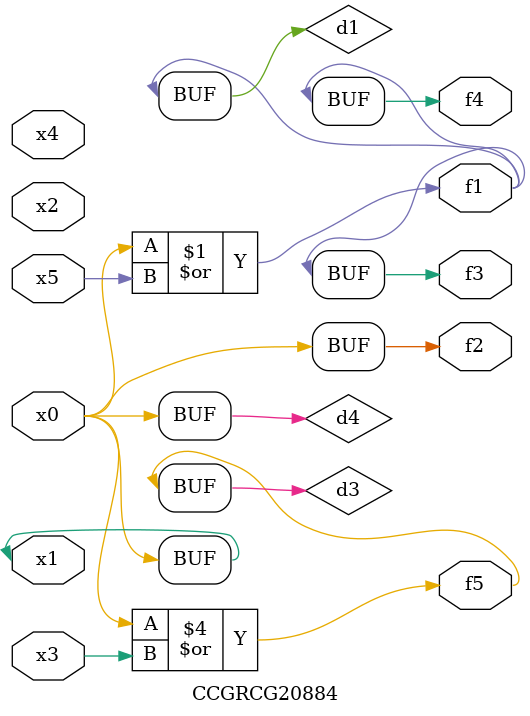
<source format=v>
module CCGRCG20884(
	input x0, x1, x2, x3, x4, x5,
	output f1, f2, f3, f4, f5
);

	wire d1, d2, d3, d4;

	or (d1, x0, x5);
	xnor (d2, x1, x4);
	or (d3, x0, x3);
	buf (d4, x0, x1);
	assign f1 = d1;
	assign f2 = d4;
	assign f3 = d1;
	assign f4 = d1;
	assign f5 = d3;
endmodule

</source>
